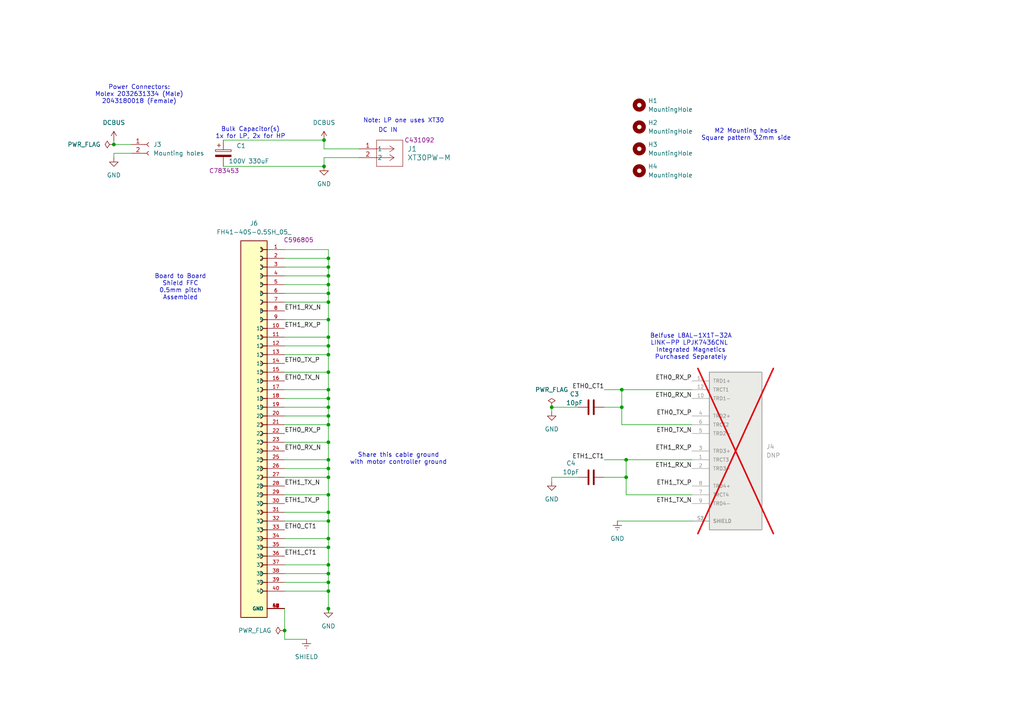
<source format=kicad_sch>
(kicad_sch (version 20231120) (generator "eeschema") (generator_version "8.0")
  (paper "A4")
  (lib_symbols
    (symbol "2024-07-02_21-14-47:XT60PW-M" (pin_names (offset 0.254))
      (property "Reference" "J1" (at 13.97 0.0001 0))
      (property "Value" "XT60PW-M" (at 13.97 -2.5399 0))
      (symbol "XT60PW-M_1_1"
        (polyline (pts (xy 5.08 -5.08) (xy 12.7 -5.08)) (stroke (width 0.127)))
        (polyline (pts (xy 5.08 2.54) (xy 5.08 -5.08)) (stroke (width 0.127)))
        (polyline (pts (xy 10.16 -2.54) (xy 5.08 -2.54)) (stroke (width 0.127)))
        (polyline (pts (xy 10.16 -2.54) (xy 8.89 -3.3867)) (stroke (width 0.127)))
        (polyline (pts (xy 10.16 -2.54) (xy 8.89 -1.6933)) (stroke (width 0.127)))
        (polyline (pts (xy 10.16 0) (xy 5.08 0)) (stroke (width 0.127)))
        (polyline (pts (xy 10.16 0) (xy 8.89 -0.8467)) (stroke (width 0.127)))
        (polyline (pts (xy 10.16 0) (xy 8.89 0.8467)) (stroke (width 0.127)))
        (polyline (pts (xy 12.7 -5.08) (xy 12.7 2.54)) (stroke (width 0.127)))
        (polyline (pts (xy 12.7 2.54) (xy 5.08 2.54)) (stroke (width 0.127)))
        (pin passive line (at 0 0 0) (length 5.08) (name "1") (number "1"))
        (pin passive line (at 0 -2.54 0) (length 5.08) (name "2") (number "2"))
      )
      (symbol "XT60PW-M_1_2"
        (polyline (pts (xy 5.08 -5.08) (xy 12.7 -5.08)) (stroke (width 0.127)))
        (polyline (pts (xy 5.08 2.54) (xy 5.08 -5.08)) (stroke (width 0.127)))
        (polyline (pts (xy 7.62 -2.54) (xy 5.08 -2.54)) (stroke (width 0.127)))
        (polyline (pts (xy 7.62 -2.54) (xy 8.89 -3.3867)) (stroke (width 0.127)))
        (polyline (pts (xy 7.62 -2.54) (xy 8.89 -1.6933)) (stroke (width 0.127)))
        (polyline (pts (xy 7.62 0) (xy 5.08 0)) (stroke (width 0.127)))
        (polyline (pts (xy 7.62 0) (xy 8.89 -0.8467)) (stroke (width 0.127)))
        (polyline (pts (xy 7.62 0) (xy 8.89 0.8467)) (stroke (width 0.127)))
        (polyline (pts (xy 12.7 -5.08) (xy 12.7 2.54)) (stroke (width 0.127)))
        (polyline (pts (xy 12.7 2.54) (xy 5.08 2.54)) (stroke (width 0.127)))
        (pin unspecified line (at 0 0 0) (length 5.08) (name "1") (number "1"))
        (pin unspecified line (at 0 -2.54 0) (length 5.08) (name "2") (number "2"))
      )
    )
    (symbol "Connector:Conn_01x02_Socket" (pin_names (offset 1.016) hide)
      (property "Reference" "J" (at 0 2.54 0))
      (property "Value" "Conn_01x02_Socket" (at 0 -5.08 0))
      (symbol "Conn_01x02_Socket_1_1"
        (arc (start 0 -2.032) (mid -0.5058 -2.54) (end 0 -3.048) (stroke (width 0.1524)))
        (polyline (pts (xy -1.27 -2.54) (xy -0.508 -2.54)) (stroke (width 0.1524)))
        (polyline (pts (xy -1.27 0) (xy -0.508 0)) (stroke (width 0.1524)))
        (arc (start 0 0.508) (mid -0.5058 0) (end 0 -0.508) (stroke (width 0.1524)))
        (pin passive line (at -5.08 0 0) (length 3.81) (name "Pin_1") (number "1"))
        (pin passive line (at -5.08 -2.54 0) (length 3.81) (name "Pin_2") (number "2"))
      )
    )
    (symbol "Device:C" (pin_numbers hide) (pin_names (offset 0.254))
      (property "Reference" "C" (at 0.635 2.54 0))
      (property "Value" "C" (at 0.635 -2.54 0))
      (symbol "C_0_1"
        (polyline (pts (xy -2.032 -0.762) (xy 2.032 -0.762)) (stroke (width 0.508)))
        (polyline (pts (xy -2.032 0.762) (xy 2.032 0.762)) (stroke (width 0.508)))
      )
      (symbol "C_1_1"
        (pin passive line (at 0 3.81 270) (length 2.794) (name "~") (number "1"))
        (pin passive line (at 0 -3.81 90) (length 2.794) (name "~") (number "2"))
      )
    )
    (symbol "Device:C_Polarized" (pin_numbers hide) (pin_names (offset 0.254))
      (property "Reference" "C" (at 0.635 2.54 0))
      (property "Value" "C_Polarized" (at 0.635 -2.54 0))
      (symbol "C_Polarized_0_1"
        (rectangle (start -2.286 0.508) (end 2.286 1.016))
        (polyline (pts (xy -1.778 2.286) (xy -0.762 2.286)))
        (polyline (pts (xy -1.27 2.794) (xy -1.27 1.778)))
        (rectangle (start 2.286 -0.508) (end -2.286 -1.016) (fill (type outline)))
      )
      (symbol "C_Polarized_1_1"
        (pin passive line (at 0 3.81 270) (length 2.794) (name "~") (number "1"))
        (pin passive line (at 0 -3.81 90) (length 2.794) (name "~") (number "2"))
      )
    )
    (symbol "FH41-40S-0.5SH_05_:FH41-40S-0.5SH_05_" (pin_names (offset 1.016))
      (property "Reference" "J" (at -7.62 54.61 0))
      (property "Value" "FH41-40S-0.5SH_05_" (at -7.62 -58.42 0))
      (symbol "FH41-40S-0.5SH_05__0_0"
        (rectangle (start -7.62 -55.88) (end 0 53.34) (stroke (width 0.254)) (fill (type background)))
        (arc (start -1.905 -48.895) (mid -1.2727 -48.26) (end -1.905 -47.625) (stroke (width 0.254)))
        (arc (start -1.905 -46.355) (mid -1.2727 -45.72) (end -1.905 -45.085) (stroke (width 0.254)))
        (arc (start -1.905 -43.815) (mid -1.2727 -43.18) (end -1.905 -42.545) (stroke (width 0.254)))
        (arc (start -1.905 -41.275) (mid -1.2727 -40.64) (end -1.905 -40.005) (stroke (width 0.254)))
        (arc (start -1.905 -38.735) (mid -1.2727 -38.1) (end -1.905 -37.465) (stroke (width 0.254)))
        (arc (start -1.905 -36.195) (mid -1.2727 -35.56) (end -1.905 -34.925) (stroke (width 0.254)))
        (arc (start -1.905 -33.655) (mid -1.2727 -33.02) (end -1.905 -32.385) (stroke (width 0.254)))
        (arc (start -1.905 -31.115) (mid -1.2727 -30.48) (end -1.905 -29.845) (stroke (width 0.254)))
        (arc (start -1.905 -28.575) (mid -1.2727 -27.94) (end -1.905 -27.305) (stroke (width 0.254)))
        (arc (start -1.905 -26.035) (mid -1.2727 -25.4) (end -1.905 -24.765) (stroke (width 0.254)))
        (arc (start -1.905 -23.495) (mid -1.2727 -22.86) (end -1.905 -22.225) (stroke (width 0.254)))
        (arc (start -1.905 -20.955) (mid -1.2727 -20.32) (end -1.905 -19.685) (stroke (width 0.254)))
        (arc (start -1.905 -18.415) (mid -1.2727 -17.78) (end -1.905 -17.145) (stroke (width 0.254)))
        (arc (start -1.905 -15.875) (mid -1.2727 -15.24) (end -1.905 -14.605) (stroke (width 0.254)))
        (arc (start -1.905 -13.335) (mid -1.2727 -12.7) (end -1.905 -12.065) (stroke (width 0.254)))
        (arc (start -1.905 -10.795) (mid -1.2727 -10.16) (end -1.905 -9.525) (stroke (width 0.254)))
        (arc (start -1.905 -8.255) (mid -1.2727 -7.62) (end -1.905 -6.985) (stroke (width 0.254)))
        (arc (start -1.905 -5.715) (mid -1.2727 -5.08) (end -1.905 -4.445) (stroke (width 0.254)))
        (arc (start -1.905 -3.175) (mid -1.2727 -2.54) (end -1.905 -1.905) (stroke (width 0.254)))
        (arc (start -1.905 -0.635) (mid -1.2727 0) (end -1.905 0.635) (stroke (width 0.254)))
        (arc (start -1.905 1.905) (mid -1.2727 2.54) (end -1.905 3.175) (stroke (width 0.254)))
        (arc (start -1.905 4.445) (mid -1.2727 5.08) (end -1.905 5.715) (stroke (width 0.254)))
        (arc (start -1.905 6.985) (mid -1.2727 7.62) (end -1.905 8.255) (stroke (width 0.254)))
        (arc (start -1.905 9.525) (mid -1.2727 10.16) (end -1.905 10.795) (stroke (width 0.254)))
        (arc (start -1.905 12.065) (mid -1.2727 12.7) (end -1.905 13.335) (stroke (width 0.254)))
        (arc (start -1.905 14.605) (mid -1.2727 15.24) (end -1.905 15.875) (stroke (width 0.254)))
        (arc (start -1.905 17.145) (mid -1.2727 17.78) (end -1.905 18.415) (stroke (width 0.254)))
        (arc (start -1.905 19.685) (mid -1.2727 20.32) (end -1.905 20.955) (stroke (width 0.254)))
        (arc (start -1.905 22.225) (mid -1.2727 22.86) (end -1.905 23.495) (stroke (width 0.254)))
        (arc (start -1.905 24.765) (mid -1.2727 25.4) (end -1.905 26.035) (stroke (width 0.254)))
        (arc (start -1.905 27.305) (mid -1.2727 27.94) (end -1.905 28.575) (stroke (width 0.254)))
        (arc (start -1.905 29.845) (mid -1.2727 30.48) (end -1.905 31.115) (stroke (width 0.254)))
        (arc (start -1.905 32.385) (mid -1.2727 33.02) (end -1.905 33.655) (stroke (width 0.254)))
        (arc (start -1.905 34.925) (mid -1.2727 35.56) (end -1.905 36.195) (stroke (width 0.254)))
        (arc (start -1.905 37.465) (mid -1.2727 38.1) (end -1.905 38.735) (stroke (width 0.254)))
        (arc (start -1.905 40.005) (mid -1.2727 40.64) (end -1.905 41.275) (stroke (width 0.254)))
        (arc (start -1.905 42.545) (mid -1.2727 43.18) (end -1.905 43.815) (stroke (width 0.254)))
        (arc (start -1.905 45.085) (mid -1.2727 45.72) (end -1.905 46.355) (stroke (width 0.254)))
        (arc (start -1.905 47.625) (mid -1.2727 48.26) (end -1.905 48.895) (stroke (width 0.254)))
        (arc (start -1.905 50.165) (mid -1.2727 50.8) (end -1.905 51.435) (stroke (width 0.254)))
        (polyline (pts (xy 0 -48.26) (xy -1.27 -48.26)) (stroke (width 0.254)))
        (polyline (pts (xy 0 -45.72) (xy -1.27 -45.72)) (stroke (width 0.254)))
        (polyline (pts (xy 0 -43.18) (xy -1.27 -43.18)) (stroke (width 0.254)))
        (polyline (pts (xy 0 -40.64) (xy -1.27 -40.64)) (stroke (width 0.254)))
        (polyline (pts (xy 0 -38.1) (xy -1.27 -38.1)) (stroke (width 0.254)))
        (polyline (pts (xy 0 -35.56) (xy -1.27 -35.56)) (stroke (width 0.254)))
        (polyline (pts (xy 0 -33.02) (xy -1.27 -33.02)) (stroke (width 0.254)))
        (polyline (pts (xy 0 -30.48) (xy -1.27 -30.48)) (stroke (width 0.254)))
        (polyline (pts (xy 0 -27.94) (xy -1.27 -27.94)) (stroke (width 0.254)))
        (polyline (pts (xy 0 -25.4) (xy -1.27 -25.4)) (stroke (width 0.254)))
        (polyline (pts (xy 0 -22.86) (xy -1.27 -22.86)) (stroke (width 0.254)))
        (polyline (pts (xy 0 -20.32) (xy -1.27 -20.32)) (stroke (width 0.254)))
        (polyline (pts (xy 0 -17.78) (xy -1.27 -17.78)) (stroke (width 0.254)))
        (polyline (pts (xy 0 -15.24) (xy -1.27 -15.24)) (stroke (width 0.254)))
        (polyline (pts (xy 0 -12.7) (xy -1.27 -12.7)) (stroke (width 0.254)))
        (polyline (pts (xy 0 -10.16) (xy -1.27 -10.16)) (stroke (width 0.254)))
        (polyline (pts (xy 0 -7.62) (xy -1.27 -7.62)) (stroke (width 0.254)))
        (polyline (pts (xy 0 -5.08) (xy -1.27 -5.08)) (stroke (width 0.254)))
        (polyline (pts (xy 0 -2.54) (xy -1.27 -2.54)) (stroke (width 0.254)))
        (polyline (pts (xy 0 0) (xy -1.27 0)) (stroke (width 0.254)))
        (polyline (pts (xy 0 2.54) (xy -1.27 2.54)) (stroke (width 0.254)))
        (polyline (pts (xy 0 5.08) (xy -1.27 5.08)) (stroke (width 0.254)))
        (polyline (pts (xy 0 7.62) (xy -1.27 7.62)) (stroke (width 0.254)))
        (polyline (pts (xy 0 10.16) (xy -1.27 10.16)) (stroke (width 0.254)))
        (polyline (pts (xy 0 12.7) (xy -1.27 12.7)) (stroke (width 0.254)))
        (polyline (pts (xy 0 15.24) (xy -1.27 15.24)) (stroke (width 0.254)))
        (polyline (pts (xy 0 17.78) (xy -1.27 17.78)) (stroke (width 0.254)))
        (polyline (pts (xy 0 20.32) (xy -1.27 20.32)) (stroke (width 0.254)))
        (polyline (pts (xy 0 22.86) (xy -1.27 22.86)) (stroke (width 0.254)))
        (polyline (pts (xy 0 25.4) (xy -1.27 25.4)) (stroke (width 0.254)))
        (polyline (pts (xy 0 27.94) (xy -1.27 27.94)) (stroke (width 0.254)))
        (polyline (pts (xy 0 30.48) (xy -1.27 30.48)) (stroke (width 0.254)))
        (polyline (pts (xy 0 33.02) (xy -1.27 33.02)) (stroke (width 0.254)))
        (polyline (pts (xy 0 35.56) (xy -1.27 35.56)) (stroke (width 0.254)))
        (polyline (pts (xy 0 38.1) (xy -1.27 38.1)) (stroke (width 0.254)))
        (polyline (pts (xy 0 40.64) (xy -1.27 40.64)) (stroke (width 0.254)))
        (polyline (pts (xy 0 43.18) (xy -1.27 43.18)) (stroke (width 0.254)))
        (polyline (pts (xy 0 45.72) (xy -1.27 45.72)) (stroke (width 0.254)))
        (polyline (pts (xy 0 48.26) (xy -1.27 48.26)) (stroke (width 0.254)))
        (polyline (pts (xy 0 50.8) (xy -1.27 50.8)) (stroke (width 0.254)))
        (pin passive line (at 5.08 50.8 180) (length 5.08) (name "1") (number "1"))
        (pin passive line (at 5.08 27.94 180) (length 5.08) (name "10") (number "10"))
        (pin passive line (at 5.08 25.4 180) (length 5.08) (name "11") (number "11"))
        (pin passive line (at 5.08 22.86 180) (length 5.08) (name "12") (number "12"))
        (pin passive line (at 5.08 20.32 180) (length 5.08) (name "13") (number "13"))
        (pin passive line (at 5.08 17.78 180) (length 5.08) (name "14") (number "14"))
        (pin passive line (at 5.08 15.24 180) (length 5.08) (name "15") (number "15"))
        (pin passive line (at 5.08 12.7 180) (length 5.08) (name "16") (number "16"))
        (pin passive line (at 5.08 10.16 180) (length 5.08) (name "17") (number "17"))
        (pin passive line (at 5.08 7.62 180) (length 5.08) (name "18") (number "18"))
        (pin passive line (at 5.08 5.08 180) (length 5.08) (name "19") (number "19"))
        (pin passive line (at 5.08 48.26 180) (length 5.08) (name "2") (number "2"))
        (pin passive line (at 5.08 2.54 180) (length 5.08) (name "20") (number "20"))
        (pin passive line (at 5.08 0 180) (length 5.08) (name "21") (number "21"))
        (pin passive line (at 5.08 -2.54 180) (length 5.08) (name "22") (number "22"))
        (pin passive line (at 5.08 -5.08 180) (length 5.08) (name "23") (number "23"))
        (pin passive line (at 5.08 -7.62 180) (length 5.08) (name "24") (number "24"))
        (pin passive line (at 5.08 -10.16 180) (length 5.08) (name "25") (number "25"))
        (pin passive line (at 5.08 -12.7 180) (length 5.08) (name "26") (number "26"))
        (pin passive line (at 5.08 -15.24 180) (length 5.08) (name "27") (number "27"))
        (pin passive line (at 5.08 -17.78 180) (length 5.08) (name "28") (number "28"))
        (pin passive line (at 5.08 -20.32 180) (length 5.08) (name "29") (number "29"))
        (pin passive line (at 5.08 45.72 180) (length 5.08) (name "3") (number "3"))
        (pin passive line (at 5.08 -22.86 180) (length 5.08) (name "30") (number "30"))
        (pin passive line (at 5.08 -25.4 180) (length 5.08) (name "31") (number "31"))
        (pin passive line (at 5.08 -27.94 180) (length 5.08) (name "32") (number "32"))
        (pin passive line (at 5.08 -30.48 180) (length 5.08) (name "33") (number "33"))
        (pin passive line (at 5.08 -33.02 180) (length 5.08) (name "34") (number "34"))
        (pin passive line (at 5.08 -35.56 180) (length 5.08) (name "35") (number "35"))
        (pin passive line (at 5.08 -38.1 180) (length 5.08) (name "36") (number "36"))
        (pin passive line (at 5.08 -40.64 180) (length 5.08) (name "37") (number "37"))
        (pin passive line (at 5.08 -43.18 180) (length 5.08) (name "38") (number "38"))
        (pin passive line (at 5.08 -45.72 180) (length 5.08) (name "39") (number "39"))
        (pin passive line (at 5.08 43.18 180) (length 5.08) (name "4") (number "4"))
        (pin passive line (at 5.08 -48.26 180) (length 5.08) (name "40") (number "40"))
        (pin power_in line (at 5.08 -53.34 180) (length 5.08) (name "GND") (number "41"))
        (pin power_in line (at 5.08 -53.34 180) (length 5.08) (name "GND") (number "42"))
        (pin power_in line (at 5.08 -53.34 180) (length 5.08) (name "GND") (number "43"))
        (pin power_in line (at 5.08 -53.34 180) (length 5.08) (name "GND") (number "44"))
        (pin power_in line (at 5.08 -53.34 180) (length 5.08) (name "GND") (number "45"))
        (pin power_in line (at 5.08 -53.34 180) (length 5.08) (name "GND") (number "46"))
        (pin power_in line (at 5.08 -53.34 180) (length 5.08) (name "GND") (number "47"))
        (pin power_in line (at 5.08 -53.34 180) (length 5.08) (name "GND") (number "48"))
        (pin power_in line (at 5.08 -53.34 180) (length 5.08) (name "GND") (number "49"))
        (pin passive line (at 5.08 40.64 180) (length 5.08) (name "5") (number "5"))
        (pin power_in line (at 5.08 -53.34 180) (length 5.08) (name "GND") (number "50"))
        (pin passive line (at 5.08 38.1 180) (length 5.08) (name "6") (number "6"))
        (pin passive line (at 5.08 35.56 180) (length 5.08) (name "7") (number "7"))
        (pin passive line (at 5.08 33.02 180) (length 5.08) (name "8") (number "8"))
        (pin passive line (at 5.08 30.48 180) (length 5.08) (name "9") (number "9"))
      )
    )
    (symbol "L8AL-1X1T-32A:L8AL-1X1T-32A" (pin_names (offset 1.016))
      (property "Reference" "J" (at -7.62 24.13 0))
      (property "Value" "L8AL-1X1T-32A" (at -7.62 -24.13 0))
      (symbol "L8AL-1X1T-32A_0_0"
        (rectangle (start -7.62 -22.86) (end 7.62 22.86) (stroke (width 0.254)) (fill (type background)))
        (pin passive line (at -12.7 -2.54 0) (length 5.08) (name "TRCT3") (number "1"))
        (pin passive line (at -12.7 15.24 0) (length 5.08) (name "TRD1-") (number "10"))
        (pin passive line (at -12.7 20.32 0) (length 5.08) (name "TRD1+") (number "11"))
        (pin passive line (at -12.7 17.78 0) (length 5.08) (name "TRCT1") (number "12"))
        (pin passive line (at -12.7 -5.08 0) (length 5.08) (name "TRD3-") (number "2"))
        (pin passive line (at -12.7 0 0) (length 5.08) (name "TRD3+") (number "3"))
        (pin passive line (at -12.7 10.16 0) (length 5.08) (name "TRD2+") (number "4"))
        (pin passive line (at -12.7 5.08 0) (length 5.08) (name "TRD2-") (number "5"))
        (pin passive line (at -12.7 7.62 0) (length 5.08) (name "TRCT2") (number "6"))
        (pin passive line (at -12.7 -12.7 0) (length 5.08) (name "TRCT4") (number "7"))
        (pin passive line (at -12.7 -10.16 0) (length 5.08) (name "TRD4+") (number "8"))
        (pin passive line (at -12.7 -15.24 0) (length 5.08) (name "TRD4-") (number "9"))
        (pin passive line (at -12.7 -20.32 0) (length 5.08) (name "SHIELD") (number "S1"))
        (pin passive line (at -12.7 -20.32 0) (length 5.08) (name "SHIELD") (number "S2"))
      )
    )
    (symbol "Mechanical:MountingHole" (pin_names (offset 1.016)) (exclude_from_sim yes) (in_bom no)
      (property "Reference" "H" (at 0 5.08 0))
      (property "Value" "MountingHole" (at 0 3.175 0))
      (symbol "MountingHole_0_1"
        (circle (center 0 0) (radius 1.27) (stroke (width 1.27)))
      )
    )
    (symbol "power:+3.3V" (power) (pin_numbers hide) (pin_names (offset 0) hide)
      (property "Value" "+3.3V" (at 0 3.556 0))
      (symbol "+3.3V_0_1"
        (polyline (pts (xy -0.762 1.27) (xy 0 2.54)))
        (polyline (pts (xy 0 0) (xy 0 2.54)))
        (polyline (pts (xy 0 2.54) (xy 0.762 1.27)))
      )
      (symbol "+3.3V_1_1"
        (pin power_in line (at 0 0 90) (length 0) (name "~") (number "1"))
      )
    )
    (symbol "power:Earth" (power) (pin_numbers hide) (pin_names (offset 0) hide)
      (property "Value" "Earth" (at 0 -3.81 0))
      (symbol "Earth_0_1"
        (polyline (pts (xy -0.635 -1.905) (xy 0.635 -1.905)))
        (polyline (pts (xy -0.127 -2.54) (xy 0.127 -2.54)))
        (polyline (pts (xy 0 -1.27) (xy 0 0)))
        (polyline (pts (xy 1.27 -1.27) (xy -1.27 -1.27)))
      )
      (symbol "Earth_1_1"
        (pin power_in line (at 0 0 270) (length 0) (name "~") (number "1"))
      )
    )
    (symbol "power:GND" (power) (pin_numbers hide) (pin_names (offset 0) hide)
      (property "Value" "GND" (at 0 -3.81 0))
      (symbol "GND_0_1"
        (polyline (pts (xy 0 0) (xy 0 -1.27) (xy 1.27 -1.27) (xy 0 -2.54) (xy -1.27 -1.27) (xy 0 -1.27)))
      )
      (symbol "GND_1_1"
        (pin power_in line (at 0 0 270) (length 0) (name "~") (number "1"))
      )
    )
    (symbol "power:PWR_FLAG" (power) (pin_numbers hide) (pin_names (offset 0) hide)
      (property "Value" "PWR_FLAG" (at 0 3.81 0))
      (symbol "PWR_FLAG_0_0"
        (pin power_out line (at 0 0 90) (length 0) (name "~") (number "1"))
      )
      (symbol "PWR_FLAG_0_1"
        (polyline (pts (xy 0 0) (xy 0 1.27) (xy -1.016 1.905) (xy 0 2.54) (xy 1.016 1.905) (xy 0 1.27)))
      )
    )
  )
  (junction (at 95.25 135.89))
  (junction (at 95.25 148.59))
  (junction (at 33.02 41.91))
  (junction (at 95.25 123.19))
  (junction (at 95.25 168.91))
  (junction (at 95.25 85.09))
  (junction (at 95.25 115.57))
  (junction (at 95.25 97.79))
  (junction (at 95.25 133.35))
  (junction (at 95.25 102.87))
  (junction (at 95.25 100.33))
  (junction (at 95.25 113.03))
  (junction (at 82.55 182.88))
  (junction (at 95.25 120.65))
  (junction (at 95.25 87.63))
  (junction (at 180.34 118.11))
  (junction (at 95.25 138.43))
  (junction (at 95.25 118.11))
  (junction (at 95.25 82.55))
  (junction (at 95.25 107.95))
  (junction (at 95.25 80.01))
  (junction (at 95.25 143.51))
  (junction (at 95.25 156.21))
  (junction (at 95.25 77.47))
  (junction (at 180.34 113.03))
  (junction (at 95.25 128.27))
  (junction (at 181.61 133.35))
  (junction (at 181.61 138.43))
  (junction (at 95.25 74.93))
  (junction (at 160.02 118.11))
  (junction (at 95.25 176.53))
  (junction (at 93.98 48.26))
  (junction (at 93.98 40.64))
  (junction (at 95.25 151.13))
  (junction (at 95.25 158.75))
  (junction (at 95.25 166.37))
  (junction (at 95.25 163.83))
  (junction (at 95.25 171.45))
  (junction (at 95.25 92.71))
  (wire (pts (xy 93.98 40.64) (xy 93.98 43.18)))
  (wire (pts (xy 175.26 133.35) (xy 181.61 133.35)))
  (wire (pts (xy 160.02 119.38) (xy 160.02 118.11)))
  (wire (pts (xy 82.55 168.91) (xy 95.25 168.91)))
  (wire (pts (xy 181.61 133.35) (xy 200.66 133.35)))
  (wire (pts (xy 160.02 118.11) (xy 167.64 118.11)))
  (wire (pts (xy 181.61 143.51) (xy 200.66 143.51)))
  (wire (pts (xy 82.55 143.51) (xy 95.25 143.51)))
  (wire (pts (xy 82.55 92.71) (xy 95.25 92.71)))
  (wire (pts (xy 95.25 82.55) (xy 95.25 85.09)))
  (wire (pts (xy 95.25 74.93) (xy 95.25 72.39)))
  (wire (pts (xy 180.34 113.03) (xy 200.66 113.03)))
  (wire (pts (xy 93.98 45.72) (xy 104.14 45.72)))
  (wire (pts (xy 181.61 138.43) (xy 181.61 143.51)))
  (wire (pts (xy 95.25 118.11) (xy 95.25 120.65)))
  (wire (pts (xy 82.55 135.89) (xy 95.25 135.89)))
  (wire (pts (xy 33.02 40.64) (xy 33.02 41.91)))
  (wire (pts (xy 33.02 45.72) (xy 33.02 44.45)))
  (wire (pts (xy 93.98 43.18) (xy 104.14 43.18)))
  (wire (pts (xy 82.55 156.21) (xy 95.25 156.21)))
  (wire (pts (xy 95.25 166.37) (xy 95.25 168.91)))
  (wire (pts (xy 82.55 158.75) (xy 95.25 158.75)))
  (wire (pts (xy 95.25 135.89) (xy 95.25 138.43)))
  (wire (pts (xy 82.55 171.45) (xy 95.25 171.45)))
  (wire (pts (xy 180.34 113.03) (xy 180.34 118.11)))
  (wire (pts (xy 95.25 118.11) (xy 95.25 115.57)))
  (wire (pts (xy 82.55 151.13) (xy 95.25 151.13)))
  (wire (pts (xy 95.25 102.87) (xy 95.25 100.33)))
  (wire (pts (xy 64.77 48.26) (xy 93.98 48.26)))
  (wire (pts (xy 82.55 123.19) (xy 95.25 123.19)))
  (wire (pts (xy 95.25 77.47) (xy 95.25 74.93)))
  (wire (pts (xy 95.25 176.53) (xy 95.25 171.45)))
  (wire (pts (xy 95.25 107.95) (xy 95.25 113.03)))
  (wire (pts (xy 64.77 40.64) (xy 93.98 40.64)))
  (wire (pts (xy 175.26 113.03) (xy 180.34 113.03)))
  (wire (pts (xy 82.55 115.57) (xy 95.25 115.57)))
  (wire (pts (xy 95.25 168.91) (xy 95.25 171.45)))
  (wire (pts (xy 95.25 133.35) (xy 95.25 135.89)))
  (wire (pts (xy 95.25 120.65) (xy 95.25 123.19)))
  (wire (pts (xy 82.55 97.79) (xy 95.25 97.79)))
  (wire (pts (xy 179.07 151.13) (xy 200.66 151.13)))
  (wire (pts (xy 82.55 128.27) (xy 95.25 128.27)))
  (wire (pts (xy 95.25 80.01) (xy 95.25 82.55)))
  (wire (pts (xy 175.26 118.11) (xy 180.34 118.11)))
  (wire (pts (xy 95.25 92.71) (xy 95.25 97.79)))
  (wire (pts (xy 180.34 118.11) (xy 180.34 123.19)))
  (wire (pts (xy 82.55 138.43) (xy 95.25 138.43)))
  (wire (pts (xy 95.25 115.57) (xy 95.25 113.03)))
  (wire (pts (xy 95.25 80.01) (xy 95.25 77.47)))
  (wire (pts (xy 82.55 102.87) (xy 95.25 102.87)))
  (wire (pts (xy 82.55 85.09) (xy 95.25 85.09)))
  (wire (pts (xy 95.25 102.87) (xy 95.25 107.95)))
  (wire (pts (xy 95.25 128.27) (xy 95.25 133.35)))
  (wire (pts (xy 82.55 118.11) (xy 95.25 118.11)))
  (wire (pts (xy 95.25 87.63) (xy 95.25 92.71)))
  (wire (pts (xy 82.55 185.42) (xy 88.9 185.42)))
  (wire (pts (xy 95.25 156.21) (xy 95.25 158.75)))
  (wire (pts (xy 82.55 74.93) (xy 95.25 74.93)))
  (wire (pts (xy 82.55 182.88) (xy 82.55 176.53)))
  (wire (pts (xy 82.55 77.47) (xy 95.25 77.47)))
  (wire (pts (xy 175.26 138.43) (xy 181.61 138.43)))
  (wire (pts (xy 82.55 82.55) (xy 95.25 82.55)))
  (wire (pts (xy 82.55 107.95) (xy 95.25 107.95)))
  (wire (pts (xy 82.55 80.01) (xy 95.25 80.01)))
  (wire (pts (xy 95.25 151.13) (xy 95.25 156.21)))
  (wire (pts (xy 95.25 177.8) (xy 95.25 176.53)))
  (wire (pts (xy 180.34 123.19) (xy 200.66 123.19)))
  (wire (pts (xy 160.02 139.7) (xy 160.02 138.43)))
  (wire (pts (xy 95.25 158.75) (xy 95.25 163.83)))
  (wire (pts (xy 95.25 100.33) (xy 95.25 97.79)))
  (wire (pts (xy 160.02 138.43) (xy 167.64 138.43)))
  (wire (pts (xy 82.55 113.03) (xy 95.25 113.03)))
  (wire (pts (xy 82.55 185.42) (xy 82.55 182.88)))
  (wire (pts (xy 33.02 41.91) (xy 38.1 41.91)))
  (wire (pts (xy 82.55 87.63) (xy 95.25 87.63)))
  (wire (pts (xy 95.25 148.59) (xy 95.25 151.13)))
  (wire (pts (xy 93.98 48.26) (xy 93.98 45.72)))
  (wire (pts (xy 95.25 143.51) (xy 95.25 148.59)))
  (wire (pts (xy 82.55 148.59) (xy 95.25 148.59)))
  (wire (pts (xy 95.25 72.39) (xy 82.55 72.39)))
  (wire (pts (xy 82.55 163.83) (xy 95.25 163.83)))
  (wire (pts (xy 33.02 44.45) (xy 38.1 44.45)))
  (wire (pts (xy 82.55 166.37) (xy 95.25 166.37)))
  (wire (pts (xy 82.55 100.33) (xy 95.25 100.33)))
  (wire (pts (xy 82.55 120.65) (xy 95.25 120.65)))
  (wire (pts (xy 95.25 85.09) (xy 95.25 87.63)))
  (wire (pts (xy 95.25 138.43) (xy 95.25 143.51)))
  (wire (pts (xy 82.55 133.35) (xy 95.25 133.35)))
  (wire (pts (xy 95.25 163.83) (xy 95.25 166.37)))
  (wire (pts (xy 181.61 133.35) (xy 181.61 138.43)))
  (wire (pts (xy 95.25 123.19) (xy 95.25 128.27)))
  (text "Belfuse L8AL-1X1T-32A\nLINK-PP LPJK7436CNL \nIntegrated Magnetics\nPurchased Separately" (at 200.406 100.584 0) (effects (font (size 1.27 1.27))))
  (text "M2 Mounting holes\nSquare pattern 32mm side" (at 216.408 39.116 0) (effects (font (size 1.27 1.27))))
  (text "Board to Board\nShield FFC\n0.5mm pitch\nAssembled" (at 52.324 83.312 0) (effects (font (size 1.27 1.27))))
  (text "Share this cable ground\nwith motor controller ground" (at 115.57 133.096 0) (effects (font (size 1.27 1.27))))
  (text "DC IN" (at 112.522 37.846 0) (effects (font (size 1.27 1.27))))
  (text "Power Connectors:\nMolex 2032631334 (Male)\n2043180018 (Female)" (at 40.386 27.432 0) (effects (font (size 1.27 1.27))))
  (text "Note: LP one uses XT30" (at 117.094 35.052 0) (effects (font (size 1.27 1.27))))
  (text "Bulk Capacitor(s)\n1x for LP, 2x for HP" (at 72.644 38.608 0) (effects (font (size 1.27 1.27))))
  (label "ETH0_CT1" (at 175.26 113.03 180))
  (label "ETH1_RX_P" (at 200.66 130.81 180))
  (label "ETH1_TX_P" (at 82.55 146.05 0))
  (label "ETH1_RX_P" (at 82.55 95.25 0))
  (label "ETH0_TX_P" (at 82.55 105.41 0))
  (label "ETH1_CT1" (at 175.26 133.35 180))
  (label "ETH1_RX_N" (at 82.55 90.17 0))
  (label "ETH0_TX_N" (at 82.55 110.49 0))
  (label "ETH0_RX_N" (at 200.66 115.57 180))
  (label "ETH0_CT1" (at 82.55 153.67 0))
  (label "ETH1_RX_N" (at 200.66 135.89 180))
  (label "ETH1_CT1" (at 82.55 161.29 0))
  (label "ETH1_TX_N" (at 82.55 140.97 0))
  (label "ETH0_RX_N" (at 82.55 130.81 0))
  (label "ETH0_TX_P" (at 200.66 120.65 180))
  (label "ETH0_TX_N" (at 200.66 125.73 180))
  (label "ETH0_RX_P" (at 200.66 110.49 180))
  (label "ETH1_TX_P" (at 200.66 140.97 180))
  (label "ETH1_TX_N" (at 200.66 146.05 180))
  (label "ETH0_RX_P" (at 82.55 125.73 0))
  (symbol (lib_id "Mechanical:MountingHole") (at 185.42 49.53 0) (unit 1) (exclude_from_sim yes) (in_bom no)
    (property "Reference" "H4" (at 187.96 48.2599 0) (effects (justify left)))
    (property "Value" "MountingHole" (at 187.96 50.7999 0) (effects (justify left)))
    (property "Footprint" "MountingHole:MountingHole_2.2mm_M2" (effects (hide yes)))
    (property "Description" "Mounting Hole without connection" (effects (hide yes)))
  )
  (symbol (lib_id "power:GND") (at 160.02 119.38 0) (unit 1)
    (property "Reference" "#PWR07" (effects (hide yes)))
    (property "Value" "GND" (at 160.02 124.46 0))
    (property "Description" "Power symbol creates a global label with name \"GND\" , ground" (effects (hide yes)))
  )
  (symbol (lib_id "power:GND") (at 160.02 139.7 0) (unit 1)
    (property "Reference" "#PWR08" (effects (hide yes)))
    (property "Value" "GND" (at 160.02 144.78 0))
    (property "Description" "Power symbol creates a global label with name \"GND\" , ground" (effects (hide yes)))
  )
  (symbol (lib_id "Device:C") (at 171.45 118.11 90) (unit 1)
    (property "Reference" "C3" (at 166.624 114.3 90))
    (property "Value" "10pF" (at 166.624 116.84 90))
    (property "Footprint" "Capacitor_SMD:C_0402_1005Metric" (effects (hide yes)))
    (property "Description" "Unpolarized capacitor" (effects (hide yes)))
    (property "LCSC Part #" " C650948" (effects (hide yes)))
  )
  (symbol (lib_id "power:GND") (at 33.02 45.72 0) (unit 1)
    (property "Reference" "#PWR010" (effects (hide yes)))
    (property "Value" "GND" (at 33.02 50.8 0))
    (property "Description" "Power symbol creates a global label with name \"GND\" , ground" (effects (hide yes)))
  )
  (symbol (lib_id "Mechanical:MountingHole") (at 185.42 36.83 0) (unit 1) (exclude_from_sim yes) (in_bom no)
    (property "Reference" "H2" (at 187.96 35.5599 0) (effects (justify left)))
    (property "Value" "MountingHole" (at 187.96 38.0999 0) (effects (justify left)))
    (property "Footprint" "MountingHole:MountingHole_2.2mm_M2" (effects (hide yes)))
    (property "Description" "Mounting Hole without connection" (effects (hide yes)))
  )
  (symbol (lib_id "power:Earth") (at 179.07 151.13 0) (unit 1)
    (property "Reference" "#PWR014" (effects (hide yes)))
    (property "Value" "GND" (at 179.07 156.21 0))
    (property "Description" "Power symbol creates a global label with name \"Earth\"" (effects (hide yes)))
  )
  (symbol (lib_id "Mechanical:MountingHole") (at 185.42 43.18 0) (unit 1) (exclude_from_sim yes) (in_bom no)
    (property "Reference" "H3" (at 187.96 41.9099 0) (effects (justify left)))
    (property "Value" "MountingHole" (at 187.96 44.4499 0) (effects (justify left)))
    (property "Footprint" "MountingHole:MountingHole_2.2mm_M2" (effects (hide yes)))
    (property "Description" "Mounting Hole without connection" (effects (hide yes)))
  )
  (symbol (lib_id "power:PWR_FLAG") (at 33.02 41.91 90) (unit 1)
    (property "Reference" "#FLG02" (effects (hide yes)))
    (property "Value" "PWR_FLAG" (at 29.21 41.9099 90) (effects (justify left)))
    (property "Description" "Special symbol for telling ERC where power comes from" (effects (hide yes)))
  )
  (symbol (lib_id "power:Earth") (at 88.9 185.42 0) (unit 1)
    (property "Reference" "#PWR013" (effects (hide yes)))
    (property "Value" "SHIELD" (at 88.9 190.5 0))
    (property "Description" "Power symbol creates a global label with name \"Earth\"" (effects (hide yes)))
  )
  (symbol (lib_id "power:PWR_FLAG") (at 160.02 118.11 0) (unit 1)
    (property "Reference" "#FLG03" (effects (hide yes)))
    (property "Value" "PWR_FLAG" (at 160.02 113.03 0))
    (property "Description" "Special symbol for telling ERC where power comes from" (effects (hide yes)))
  )
  (symbol (lib_id "power:PWR_FLAG") (at 82.55 182.88 90) (unit 1)
    (property "Reference" "#FLG04" (effects (hide yes)))
    (property "Value" "PWR_FLAG" (at 78.74 182.8799 90) (effects (justify left)))
    (property "Description" "Special symbol for telling ERC where power comes from" (effects (hide yes)))
  )
  (symbol (lib_id "2024-07-02_21-14-47:XT60PW-M") (at 104.14 43.18 0) (unit 1)
    (property "Reference" "J1" (at 118.11 43.1799 0) (effects (font (size 1.524 1.524)) (justify left)))
    (property "Value" "XT30PW-M" (at 118.11 45.7199 0) (effects (font (size 1.524 1.524)) (justify left)))
    (property "Footprint" "Connector_AMASS:AMASS_XT30PW-M_1x02_P2.50mm_Horizontal" (effects (hide yes)))
    (property "Datasheet" "XT60PW-M" (effects (hide yes)))
    (property "LCSC Part #" "C431092" (at 121.666 40.64 0))
  )
  (symbol (lib_id "Connector:Conn_01x02_Socket") (at 43.18 41.91 0) (unit 1)
    (property "Reference" "J3" (at 44.45 41.9099 0) (effects (justify left)))
    (property "Value" "Mounting holes" (at 44.45 44.4499 0) (effects (justify left)))
    (property "Footprint" "holes:Dual Post" (effects (hide yes)))
    (property "Description" "Generic connector, single row, 01x02, script generated" (effects (hide yes)))
  )
  (symbol (lib_id "Device:C_Polarized") (at 64.77 44.45 0) (unit 1)
    (property "Reference" "C1" (at 68.58 42.2909 0) (effects (justify left)))
    (property "Value" "100V 330uF" (at 66.294 46.736 0) (effects (justify left)))
    (property "Footprint" "Caps:CP_Radial_D13.0mm_P5.00mm-Horizontal" (effects (hide yes)))
    (property "Description" "Polarized capacitor" (effects (hide yes)))
    (property "LCSC Part #" " C783453" (at 64.516 49.53 0))
  )
  (symbol (lib_id "power:GND") (at 95.25 176.53 0) (unit 1)
    (property "Reference" "#PWR012" (effects (hide yes)))
    (property "Value" "GND" (at 95.25 181.61 0))
    (property "Description" "Power symbol creates a global label with name \"GND\" , ground" (effects (hide yes)))
  )
  (symbol (lib_id "power:+3.3V") (at 33.02 40.64 0) (unit 1)
    (property "Reference" "#PWR09" (effects (hide yes)))
    (property "Value" "DCBUS" (at 33.02 35.56 0))
    (property "Description" "Power symbol creates a global label with name \"+3.3V\"" (effects (hide yes)))
  )
  (symbol (lib_id "FH41-40S-0.5SH_05_:FH41-40S-0.5SH_05_") (at 77.47 123.19 0) (unit 1)
    (property "Reference" "J6" (at 73.66 64.77 0))
    (property "Value" "FH41-40S-0.5SH_05_" (at 73.66 67.31 0))
    (property "Footprint" "FH41:HRS_FH41-40S-0.5SH_05_" (effects (hide yes)))
    (property "MF" "Hirose Electric" (effects (hide yes)))
    (property "MAXIMUM_PACKAGE_HEIGHT" "4.74 mm" (effects (hide yes)))
    (property "Package" "None" (effects (hide yes)))
    (property "Price" "None" (effects (hide yes)))
    (property "Check_prices" "https://www.snapeda.com/parts/FH41-40S-0.5SH(05)/Hirose+Electric+Co+Ltd/view-part/?ref=eda" (effects (hide yes)))
    (property "STANDARD" "Manufacturer Recommendations" (effects (hide yes)))
    (property "PARTREV" "18.03.19" (effects (hide yes)))
    (property "SnapEDA_Link" "https://www.snapeda.com/parts/FH41-40S-0.5SH(05)/Hirose+Electric+Co+Ltd/view-part/?ref=snap" (effects (hide yes)))
    (property "MP" "FH41-40S-0.5SH(05)" (effects (hide yes)))
    (property "Description_1" "\n40 Position FFC Connector Contacts, Bottom 0.020 (0.50mm) Surface Mount, Right Angle\n" (effects (hide yes)))
    (property "Availability" "In Stock" (effects (hide yes)))
    (property "MANUFACTURER" "Hirose" (effects (hide yes)))
    (property "LCSC Part #" "C596805" (at 86.614 69.596 0))
  )
  (symbol (lib_id "power:+3.3V") (at 93.98 40.64 0) (unit 1)
    (property "Reference" "#PWR05" (effects (hide yes)))
    (property "Value" "DCBUS" (at 93.98 35.56 0))
    (property "Description" "Power symbol creates a global label with name \"+3.3V\"" (effects (hide yes)))
  )
  (symbol (lib_id "Device:C") (at 171.45 138.43 90) (unit 1)
    (property "Reference" "C4" (at 165.608 134.366 90))
    (property "Value" "10pF" (at 165.608 136.906 90))
    (property "Footprint" "Capacitor_SMD:C_0402_1005Metric" (effects (hide yes)))
    (property "Description" "Unpolarized capacitor" (effects (hide yes)))
    (property "LCSC Part #" " C650948" (effects (hide yes)))
  )
  (symbol (lib_id "Mechanical:MountingHole") (at 185.42 30.48 0) (unit 1) (exclude_from_sim yes) (in_bom no)
    (property "Reference" "H1" (at 187.96 29.2099 0) (effects (justify left)))
    (property "Value" "MountingHole" (at 187.96 31.7499 0) (effects (justify left)))
    (property "Footprint" "MountingHole:MountingHole_2.2mm_M2" (effects (hide yes)))
    (property "Description" "Mounting Hole without connection" (effects (hide yes)))
  )
  (symbol (lib_id "L8AL-1X1T-32A:L8AL-1X1T-32A") (at 213.36 130.81 0) (unit 1) (dnp yes)
    (property "Reference" "J4" (at 222.25 129.5399 0) (effects (justify left)))
    (property "Value" "DNP" (at 222.25 132.0799 0) (effects (justify left)))
    (property "Footprint" "RJ45:BEL_L8AL-1X1T-32A" (effects (hide yes)))
    (property "MF" "Bel Magnetic Solutions" (effects (hide yes)))
    (property "MAXIMUM_PACKAGE_HEIGHT" "13.22 mm" (effects (hide yes)))
    (property "Package" "None" (effects (hide yes)))
    (property "Price" "None" (effects (hide yes)))
    (property "Check_prices" "https://www.snapeda.com/parts/L8AL-1X1T-32A/Bel+Magnetic+Solutions/view-part/?ref=eda" (effects (hide yes)))
    (property "STANDARD" "Manufacturer Recommendations" (effects (hide yes)))
    (property "PARTREV" "A" (effects (hide yes)))
    (property "SnapEDA_Link" "https://www.snapeda.com/parts/L8AL-1X1T-32A/Bel+Magnetic+Solutions/view-part/?ref=snap" (effects (hide yes)))
    (property "MP" "L8AL-1X1T-32A" (effects (hide yes)))
    (property "Description_1" "\nMagJack 1000BASE-T | 1X1 | -40 to 85ºC | Tab Up | Low Profile | RoHS\n" (effects (hide yes)))
    (property "Availability" "In Stock" (effects (hide yes)))
    (property "MANUFACTURER" "Bel Fuse" (effects (hide yes)))
    (property "PART" "LINK-PP LPJK7436CNL " (effects (hide yes)))
  )
  (symbol (lib_id "power:GND") (at 93.98 48.26 0) (unit 1)
    (property "Reference" "#PWR06" (effects (hide yes)))
    (property "Value" "GND" (at 93.98 53.34 0))
    (property "Description" "Power symbol creates a global label with name \"GND\" , ground" (effects (hide yes)))
  )
)
</source>
